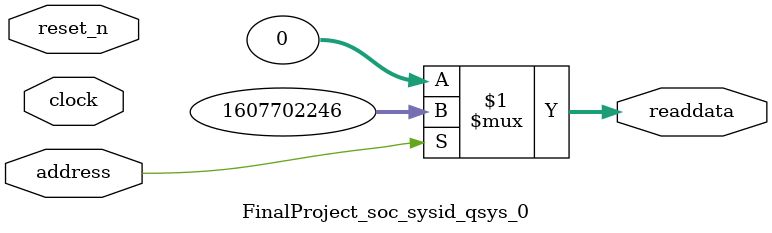
<source format=v>



// synthesis translate_off
`timescale 1ns / 1ps
// synthesis translate_on

// turn off superfluous verilog processor warnings 
// altera message_level Level1 
// altera message_off 10034 10035 10036 10037 10230 10240 10030 

module FinalProject_soc_sysid_qsys_0 (
               // inputs:
                address,
                clock,
                reset_n,

               // outputs:
                readdata
             )
;

  output  [ 31: 0] readdata;
  input            address;
  input            clock;
  input            reset_n;

  wire    [ 31: 0] readdata;
  //control_slave, which is an e_avalon_slave
  assign readdata = address ? 1607702246 : 0;

endmodule



</source>
